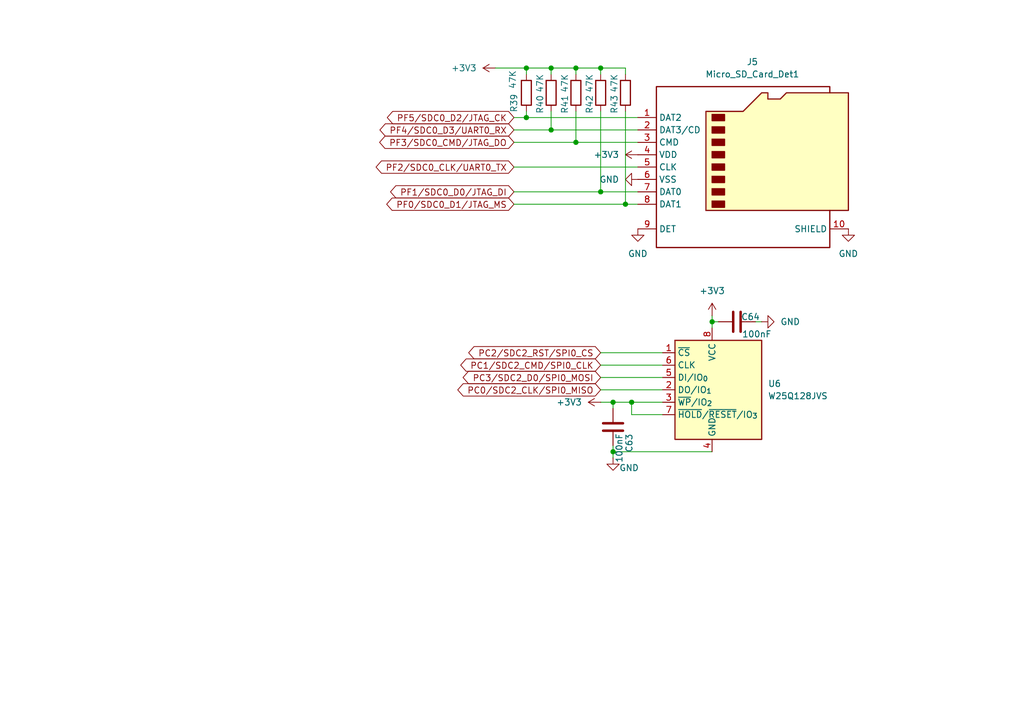
<source format=kicad_sch>
(kicad_sch (version 20250114) (generator "eeschema") (generator_version "9.0")
  (paper "A5")
  (lib_symbols
    (symbol "Connector:Micro_SD_Card_Det1"
      (property "Reference" "J" (at -16.51 17.78 0))
      (property "Value" "Micro_SD_Card_Det1" (at 16.51 17.78 0))
      (symbol "Micro_SD_Card_Det1_0_1"
        (polyline (pts (xy -8.89 -8.89) (xy -8.89 11.43) (xy -1.27 11.43) (xy 2.54 15.24) (xy 3.81 15.24) (xy 3.81 13.97) (xy 6.35 13.97) (xy 7.62 15.24) (xy 20.32 15.24) (xy 20.32 -8.89) (xy -8.89 -8.89)) (stroke (width 0.254)) (fill (type background)))
        (rectangle (start -7.62 10.795) (end -5.08 9.525) (stroke (width 0.254)) (fill (type outline)))
        (rectangle (start -7.62 8.255) (end -5.08 6.985) (stroke (width 0.254)) (fill (type outline)))
        (rectangle (start -7.62 5.715) (end -5.08 4.445) (stroke (width 0.254)) (fill (type outline)))
        (rectangle (start -7.62 3.175) (end -5.08 1.905) (stroke (width 0.254)) (fill (type outline)))
        (rectangle (start -7.62 0.635) (end -5.08 -0.635) (stroke (width 0.254)) (fill (type outline)))
        (rectangle (start -7.62 -1.905) (end -5.08 -3.175) (stroke (width 0.254)) (fill (type outline)))
        (rectangle (start -7.62 -4.445) (end -5.08 -5.715) (stroke (width 0.254)) (fill (type outline)))
        (rectangle (start -7.62 -6.985) (end -5.08 -8.255) (stroke (width 0.254)) (fill (type outline)))
        (polyline (pts (xy 16.51 15.24) (xy 16.51 16.51) (xy -19.05 16.51) (xy -19.05 -16.51) (xy 16.51 -16.51) (xy 16.51 -8.89)) (stroke (width 0.254)))
      )
      (symbol "Micro_SD_Card_Det1_1_1"
        (pin bidirectional line (at -22.86 10.16 0) (length 3.81) (name "DAT2") (number "1"))
        (pin bidirectional line (at -22.86 7.62 0) (length 3.81) (name "DAT3/CD") (number "2"))
        (pin input line (at -22.86 5.08 0) (length 3.81) (name "CMD") (number "3"))
        (pin power_in line (at -22.86 2.54 0) (length 3.81) (name "VDD") (number "4"))
        (pin input line (at -22.86 0 0) (length 3.81) (name "CLK") (number "5"))
        (pin power_in line (at -22.86 -2.54 0) (length 3.81) (name "VSS") (number "6"))
        (pin bidirectional line (at -22.86 -5.08 0) (length 3.81) (name "DAT0") (number "7"))
        (pin bidirectional line (at -22.86 -7.62 0) (length 3.81) (name "DAT1") (number "8"))
        (pin passive line (at -22.86 -12.7 0) (length 3.81) (name "DET") (number "9"))
        (pin passive line (at 20.32 -12.7 180) (length 3.81) (name "SHIELD") (number "10"))
      )
    )
    (symbol "Device:C" (pin_numbers (hide yes)) (pin_names (offset 0.254))
      (property "Reference" "C" (at 0.635 2.54 0))
      (property "Value" "C" (at 0.635 -2.54 0))
      (symbol "C_0_1"
        (polyline (pts (xy -2.032 0.762) (xy 2.032 0.762)) (stroke (width 0.508)))
        (polyline (pts (xy -2.032 -0.762) (xy 2.032 -0.762)) (stroke (width 0.508)))
      )
      (symbol "C_1_1"
        (pin passive line (at 0 3.81 270) (length 2.794) (name "~") (number "1"))
        (pin passive line (at 0 -3.81 90) (length 2.794) (name "~") (number "2"))
      )
    )
    (symbol "Device:R" (pin_numbers (hide yes)) (pin_names (offset 0))
      (property "Reference" "R" (at 2.032 0 90))
      (property "Value" "R" (at 0 0 90))
      (symbol "R_0_1"
        (rectangle (start -1.016 -2.54) (end 1.016 2.54) (stroke (width 0.254)))
      )
      (symbol "R_1_1"
        (pin passive line (at 0 3.81 270) (length 1.27) (name "~") (number "1"))
        (pin passive line (at 0 -3.81 90) (length 1.27) (name "~") (number "2"))
      )
    )
    (symbol "Memory_Flash:W25Q128JVS"
      (property "Reference" "U" (at -6.35 11.43 0))
      (property "Value" "W25Q128JVS" (at 7.62 11.43 0))
      (symbol "W25Q128JVS_0_1"
        (rectangle (start -7.62 10.16) (end 10.16 -10.16) (stroke (width 0.254)) (fill (type background)))
      )
      (symbol "W25Q128JVS_1_1"
        (pin input line (at -10.16 7.62 0) (length 2.54) (name "~{CS}") (number "1"))
        (pin input line (at -10.16 5.08 0) (length 2.54) (name "CLK") (number "6"))
        (pin bidirectional line (at -10.16 2.54 0) (length 2.54) (name "DI/IO_{0}") (number "5"))
        (pin bidirectional line (at -10.16 0 0) (length 2.54) (name "DO/IO_{1}") (number "2"))
        (pin bidirectional line (at -10.16 -2.54 0) (length 2.54) (name "~{WP}/IO_{2}") (number "3"))
        (pin bidirectional line (at -10.16 -5.08 0) (length 2.54) (name "~{HOLD}/~{RESET}/IO_{3}") (number "7"))
        (pin power_in line (at 0 12.7 270) (length 2.54) (name "VCC") (number "8"))
        (pin power_in line (at 0 -12.7 90) (length 2.54) (name "GND") (number "4"))
      )
    )
    (symbol "power:+3V3" (power) (pin_numbers (hide yes)) (pin_names (offset 0) (hide yes))
      (property "Value" "+3V3" (at 0 3.556 0))
      (symbol "+3V3_0_1"
        (polyline (pts (xy -0.762 1.27) (xy 0 2.54)))
        (polyline (pts (xy 0 2.54) (xy 0.762 1.27)))
        (polyline (pts (xy 0 0) (xy 0 2.54)))
      )
      (symbol "+3V3_1_1"
        (pin power_in line (at 0 0 90) (length 0) (name "~") (number "1"))
      )
    )
    (symbol "power:GND" (power) (pin_numbers (hide yes)) (pin_names (offset 0) (hide yes))
      (property "Value" "GND" (at 0 -3.81 0))
      (symbol "GND_0_1"
        (polyline (pts (xy 0 0) (xy 0 -1.27) (xy 1.27 -1.27) (xy 0 -2.54) (xy -1.27 -1.27) (xy 0 -1.27)))
      )
      (symbol "GND_1_1"
        (pin power_in line (at 0 0 270) (length 0) (name "~") (number "1"))
      )
    )
  )
  (junction (at 125.73 92.71))
  (junction (at 146.05 66.04))
  (junction (at 113.03 26.67))
  (junction (at 107.95 24.13))
  (junction (at 123.19 39.37))
  (junction (at 107.95 13.97))
  (junction (at 125.73 82.55))
  (junction (at 113.03 13.97))
  (junction (at 128.27 41.91))
  (junction (at 129.54 82.55))
  (junction (at 123.19 13.97))
  (junction (at 118.11 13.97))
  (junction (at 118.11 29.21))
  (wire (pts (xy 105.41 34.29) (xy 130.81 34.29)))
  (wire (pts (xy 118.11 13.97) (xy 123.19 13.97)))
  (wire (pts (xy 147.32 66.04) (xy 146.05 66.04)))
  (wire (pts (xy 105.41 41.91) (xy 128.27 41.91)))
  (wire (pts (xy 146.05 92.71) (xy 125.73 92.71)))
  (wire (pts (xy 105.41 39.37) (xy 123.19 39.37)))
  (wire (pts (xy 123.19 39.37) (xy 130.81 39.37)))
  (wire (pts (xy 146.05 66.04) (xy 146.05 67.31)))
  (wire (pts (xy 105.41 24.13) (xy 107.95 24.13)))
  (wire (pts (xy 113.03 22.86) (xy 113.03 26.67)))
  (wire (pts (xy 123.19 80.01) (xy 135.89 80.01)))
  (wire (pts (xy 125.73 91.44) (xy 125.73 92.71)))
  (wire (pts (xy 113.03 13.97) (xy 113.03 15.24)))
  (wire (pts (xy 101.6 13.97) (xy 107.95 13.97)))
  (wire (pts (xy 105.41 26.67) (xy 113.03 26.67)))
  (wire (pts (xy 146.05 64.77) (xy 146.05 66.04)))
  (wire (pts (xy 128.27 13.97) (xy 128.27 15.24)))
  (wire (pts (xy 123.19 22.86) (xy 123.19 39.37)))
  (wire (pts (xy 128.27 22.86) (xy 128.27 41.91)))
  (wire (pts (xy 107.95 13.97) (xy 113.03 13.97)))
  (wire (pts (xy 125.73 82.55) (xy 125.73 83.82)))
  (wire (pts (xy 128.27 41.91) (xy 130.81 41.91)))
  (wire (pts (xy 105.41 29.21) (xy 118.11 29.21)))
  (wire (pts (xy 129.54 85.09) (xy 129.54 82.55)))
  (wire (pts (xy 123.19 82.55) (xy 125.73 82.55)))
  (wire (pts (xy 118.11 29.21) (xy 130.81 29.21)))
  (wire (pts (xy 123.19 72.39) (xy 135.89 72.39)))
  (wire (pts (xy 125.73 82.55) (xy 129.54 82.55)))
  (wire (pts (xy 156.21 66.04) (xy 154.94 66.04)))
  (wire (pts (xy 107.95 22.86) (xy 107.95 24.13)))
  (wire (pts (xy 123.19 74.93) (xy 135.89 74.93)))
  (wire (pts (xy 113.03 26.67) (xy 130.81 26.67)))
  (wire (pts (xy 118.11 13.97) (xy 118.11 15.24)))
  (wire (pts (xy 123.19 13.97) (xy 123.19 15.24)))
  (wire (pts (xy 125.73 92.71) (xy 125.73 93.98)))
  (wire (pts (xy 123.19 13.97) (xy 128.27 13.97)))
  (wire (pts (xy 123.19 77.47) (xy 135.89 77.47)))
  (wire (pts (xy 107.95 24.13) (xy 130.81 24.13)))
  (wire (pts (xy 107.95 13.97) (xy 107.95 15.24)))
  (wire (pts (xy 129.54 82.55) (xy 135.89 82.55)))
  (wire (pts (xy 135.89 85.09) (xy 129.54 85.09)))
  (wire (pts (xy 118.11 22.86) (xy 118.11 29.21)))
  (wire (pts (xy 113.03 13.97) (xy 118.11 13.97)))
  (global_label "PF5/SDC0_D2/JTAG_CK" (shape bidirectional) (at 105.41 24.13 180) (property "Intersheetrefs" "${INTERSHEET_REFS}" (effects (hide yes))))
  (global_label "PF0/SDC0_D1/JTAG_MS" (shape bidirectional) (at 105.41 41.91 180) (property "Intersheetrefs" "${INTERSHEET_REFS}" (effects (hide yes))))
  (global_label "PC3/SDC2_D0/SPI0_MOSI" (shape bidirectional) (at 123.19 77.47 180) (property "Intersheetrefs" "${INTERSHEET_REFS}" (effects (hide yes))))
  (global_label "PC0/SDC2_CLK/SPI0_MISO" (shape bidirectional) (at 123.19 80.01 180) (property "Intersheetrefs" "${INTERSHEET_REFS}" (effects (hide yes))))
  (global_label "PF2/SDC0_CLK/UART0_TX" (shape bidirectional) (at 105.41 34.29 180) (property "Intersheetrefs" "${INTERSHEET_REFS}" (effects (hide yes))))
  (global_label "PF3/SDC0_CMD/JTAG_DO" (shape bidirectional) (at 105.41 29.21 180) (property "Intersheetrefs" "${INTERSHEET_REFS}" (effects (hide yes))))
  (global_label "PC2/SDC2_RST/SPI0_CS" (shape bidirectional) (at 123.19 72.39 180) (property "Intersheetrefs" "${INTERSHEET_REFS}" (effects (hide yes))))
  (global_label "PF1/SDC0_D0/JTAG_DI" (shape bidirectional) (at 105.41 39.37 180) (property "Intersheetrefs" "${INTERSHEET_REFS}" (effects (hide yes))))
  (global_label "PC1/SDC2_CMD/SPI0_CLK" (shape bidirectional) (at 123.19 74.93 180) (property "Intersheetrefs" "${INTERSHEET_REFS}" (effects (hide yes))))
  (global_label "PF4/SDC0_D3/UART0_RX" (shape bidirectional) (at 105.41 26.67 180) (property "Intersheetrefs" "${INTERSHEET_REFS}" (effects (hide yes))))
  (symbol (lib_id "Device:R") (at 118.11 19.05 0) (unit 1)
    (property "Reference" "R41" (at 115.824 23.368 90) (effects (justify left)))
    (property "Value" "47K" (at 115.824 19.05 90) (effects (justify left)))
    (property "Footprint" "Resistor_SMD:R_0603_1608Metric" (effects (hide yes)))
    (property "Description" "Resistor" (effects (hide yes)))
  )
  (symbol (lib_id "Device:R") (at 128.27 19.05 0) (unit 1)
    (property "Reference" "R43" (at 125.984 23.368 90) (effects (justify left)))
    (property "Value" "47K" (at 125.984 19.05 90) (effects (justify left)))
    (property "Footprint" "Resistor_SMD:R_0603_1608Metric" (effects (hide yes)))
    (property "Description" "Resistor" (effects (hide yes)))
  )
  (symbol (lib_id "power:GND") (at 130.81 46.99 0) (unit 1)
    (property "Reference" "#PWR0151" (effects (hide yes)))
    (property "Value" "GND" (at 130.81 52.07 0))
    (property "Description" "Power symbol creates a global label with name \"GND\" , ground" (effects (hide yes)))
  )
  (symbol (lib_id "power:+3V3") (at 130.81 31.75 90) (unit 1)
    (property "Reference" "#PWR0149" (effects (hide yes)))
    (property "Value" "+3V3" (at 127 31.7499 90) (effects (justify left)))
    (property "Description" "Power symbol creates a global label with name \"+3V3\"" (effects (hide yes)))
  )
  (symbol (lib_id "Memory_Flash:W25Q128JVS") (at 146.05 80.01 0) (unit 1)
    (property "Reference" "U6" (at 157.48 78.7399 0) (effects (justify left)))
    (property "Value" "W25Q128JVS" (at 157.48 81.2799 0) (effects (justify left)))
    (property "Footprint" "Package_SO:SOIC-8_5.3x5.3mm_P1.27mm" (effects (hide yes)))
    (property "Datasheet" "https://www.winbond.com/resource-files/w25q128jv_dtr%20revc%2003272018%20plus.pdf" (effects (hide yes)))
    (property "Description" "128Mbit / 16MiB Serial Flash Memory, Standard/Dual/Quad SPI, 2.7-3.6V, SOIC-8" (effects (hide yes)))
  )
  (symbol (lib_id "power:GND") (at 173.99 46.99 0) (unit 1)
    (property "Reference" "#PWR0154" (effects (hide yes)))
    (property "Value" "GND" (at 173.99 52.07 0))
    (property "Description" "Power symbol creates a global label with name \"GND\" , ground" (effects (hide yes)))
  )
  (symbol (lib_id "power:GND") (at 125.73 93.98 0) (unit 1)
    (property "Reference" "#PWR0148" (effects (hide yes)))
    (property "Value" "GND" (at 131.064 96.012 0) (effects (justify right)))
    (property "Description" "Power symbol creates a global label with name \"GND\" , ground" (effects (hide yes)))
  )
  (symbol (lib_id "Device:R") (at 123.19 19.05 0) (unit 1)
    (property "Reference" "R42" (at 120.904 23.368 90) (effects (justify left)))
    (property "Value" "47K" (at 120.904 19.05 90) (effects (justify left)))
    (property "Footprint" "Resistor_SMD:R_0603_1608Metric" (effects (hide yes)))
    (property "Description" "Resistor" (effects (hide yes)))
  )
  (symbol (lib_id "Device:C") (at 125.73 87.63 0) (unit 1)
    (property "Reference" "C63" (at 129.032 90.932 90))
    (property "Value" "100nF" (at 127 91.948 90))
    (property "Footprint" "Capacitor_SMD:C_0603_1608Metric" (effects (hide yes)))
    (property "Description" "Unpolarized capacitor" (effects (hide yes)))
  )
  (symbol (lib_id "power:+3V3") (at 101.6 13.97 90) (unit 1)
    (property "Reference" "#PWR0146" (effects (hide yes)))
    (property "Value" "+3V3" (at 97.79 13.9699 90) (effects (justify left)))
    (property "Description" "Power symbol creates a global label with name \"+3V3\"" (effects (hide yes)))
  )
  (symbol (lib_id "Connector:Micro_SD_Card_Det1") (at 153.67 34.29 0) (unit 1)
    (property "Reference" "J5" (at 154.305 12.7 0))
    (property "Value" "Micro_SD_Card_Det1" (at 154.305 15.24 0))
    (property "Footprint" "myPCB:TF-SMD_TF-PUSH" (effects (hide yes)))
    (property "Datasheet" "https://datasheet.lcsc.com/lcsc/2110151630_XKB-Connectivity-XKTF-015-N_C381082.pdf" (effects (hide yes)))
    (property "Description" "Micro SD Card Socket with one card detection pin" (effects (hide yes)))
  )
  (symbol (lib_id "power:GND") (at 156.21 66.04 90) (unit 1)
    (property "Reference" "#PWR0153" (effects (hide yes)))
    (property "Value" "GND" (at 160.02 66.0399 90) (effects (justify right)))
    (property "Description" "Power symbol creates a global label with name \"GND\" , ground" (effects (hide yes)))
  )
  (symbol (lib_id "Device:R") (at 113.03 19.05 0) (unit 1)
    (property "Reference" "R40" (at 110.744 23.368 90) (effects (justify left)))
    (property "Value" "47K" (at 110.744 19.05 90) (effects (justify left)))
    (property "Footprint" "Resistor_SMD:R_0603_1608Metric" (effects (hide yes)))
    (property "Description" "Resistor" (effects (hide yes)))
  )
  (symbol (lib_id "power:+3V3") (at 146.05 64.77 0) (unit 1)
    (property "Reference" "#PWR0152" (effects (hide yes)))
    (property "Value" "+3V3" (at 146.05 59.69 0))
    (property "Description" "Power symbol creates a global label with name \"+3V3\"" (effects (hide yes)))
  )
  (symbol (lib_id "Device:C") (at 151.13 66.04 90) (unit 1)
    (property "Reference" "C64" (at 153.924 65.024 90))
    (property "Value" "100nF" (at 155.194 68.58 90))
    (property "Footprint" "Capacitor_SMD:C_0603_1608Metric" (effects (hide yes)))
    (property "Description" "Unpolarized capacitor" (effects (hide yes)))
  )
  (symbol (lib_id "power:+3V3") (at 123.19 82.55 90) (unit 1)
    (property "Reference" "#PWR0147" (effects (hide yes)))
    (property "Value" "+3V3" (at 119.38 82.5499 90) (effects (justify left)))
    (property "Description" "Power symbol creates a global label with name \"+3V3\"" (effects (hide yes)))
  )
  (symbol (lib_id "power:GND") (at 130.81 36.83 270) (unit 1)
    (property "Reference" "#PWR0150" (effects (hide yes)))
    (property "Value" "GND" (at 127 36.8299 90) (effects (justify right)))
    (property "Description" "Power symbol creates a global label with name \"GND\" , ground" (effects (hide yes)))
  )
  (symbol (lib_id "Device:R") (at 107.95 19.05 0) (unit 1)
    (property "Reference" "R39" (at 105.41 23.114 90) (effects (justify left)))
    (property "Value" "47K" (at 105.156 18.288 90) (effects (justify left)))
    (property "Footprint" "Resistor_SMD:R_0603_1608Metric" (effects (hide yes)))
    (property "Description" "Resistor" (effects (hide yes)))
  )
)
</source>
